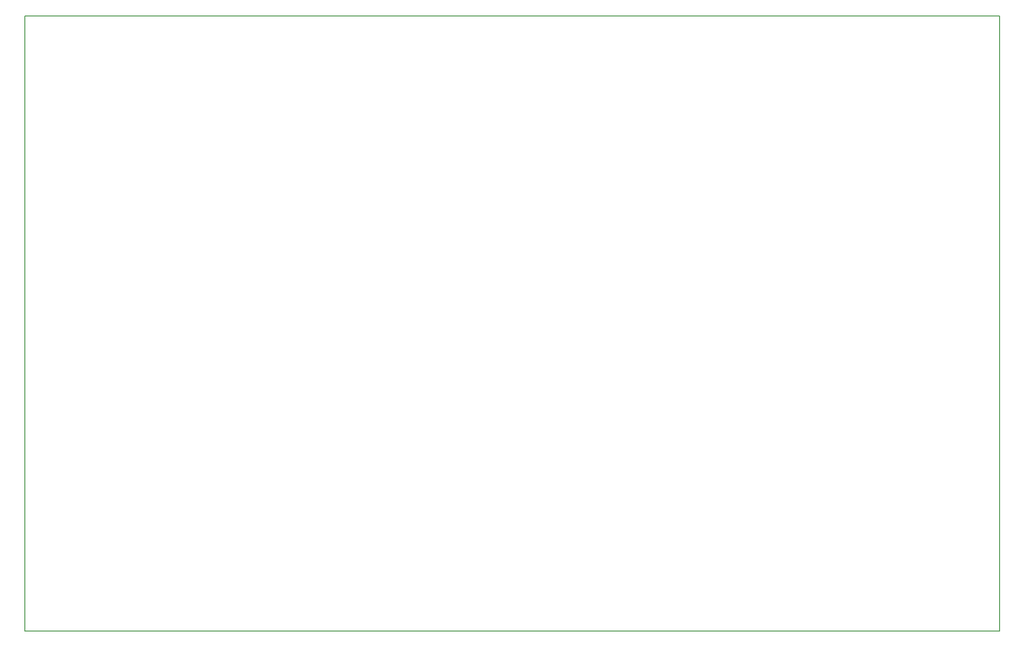
<source format=gbr>
G04 #@! TF.FileFunction,Profile,NP*
%FSLAX46Y46*%
G04 Gerber Fmt 4.6, Leading zero omitted, Abs format (unit mm)*
G04 Created by KiCad (PCBNEW 4.0.5) date 05/10/17 18:46:16*
%MOMM*%
%LPD*%
G01*
G04 APERTURE LIST*
%ADD10C,0.100000*%
%ADD11C,0.150000*%
G04 APERTURE END LIST*
D10*
D11*
X192623000Y24538000D02*
X192623000Y142038000D01*
X6623000Y24538000D02*
X192623000Y24538000D01*
X6623000Y142038000D02*
X6623000Y24538000D01*
X192623000Y142038000D02*
X6623000Y142038000D01*
M02*

</source>
